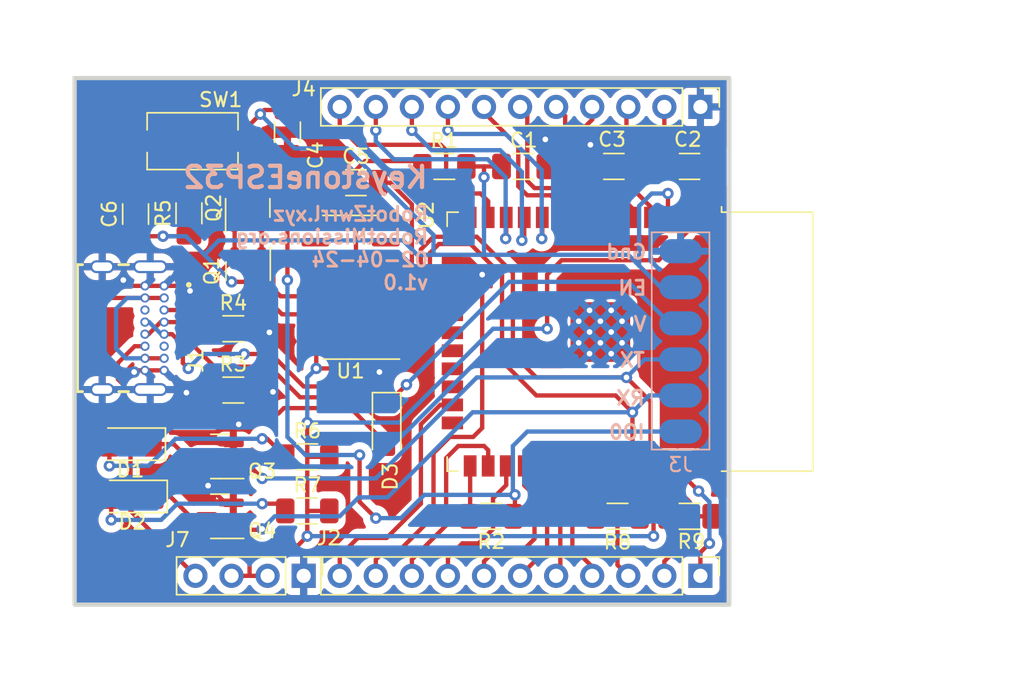
<source format=kicad_pcb>
(kicad_pcb (version 20221018) (generator pcbnew)
  (layers (0 "F.Cu" signal) (31 "B.Cu" signal) (34 "B.Paste" user) (35 "F.Paste" user) (36 "B.SilkS" user "B.Silkscreen") (37 "F.SilkS" user "F.Silkscreen") (38 "B.Mask" user) (39 "F.Mask" user) (44 "Edge.Cuts" user))
  (net 0 "")
  (net 1 "/EN")
  (net 2 "GND")
  (net 3 "VCC")
  (net 4 "Net-(U1-V3)")
  (net 5 "Net-(D1-K)")
  (net 6 "Net-(D1-A)")
  (net 7 "Net-(D2-K)")
  (net 8 "Net-(D2-A)")
  (net 9 "VBUS")
  (net 10 "Net-(J1-CC1)")
  (net 11 "Net-(J1-DP1)")
  (net 12 "Net-(J1-DN1)")
  (net 14 "Net-(J1-CC2)")
  (net 16 "/IO0")
  (net 17 "/RX")
  (net 18 "/TX")
  (net 19 "/DTR")
  (net 20 "/RTS")
  (net 21 "Net-(U2-IO0)")
  (net 29 "/IO36")
  (net 30 "/IO39")
  (net 31 "/IO34")
  (net 32 "/IO35")
  (net 33 "/IO32")
  (net 34 "/IO33")
  (net 35 "/IO25")
  (net 36 "/IO26")
  (net 37 "/IO27")
  (net 38 "/IO14")
  (net 40 "/IO13")
  (net 47 "/IO15")
  (net 49 "/IO4")
  (net 50 "/IO16")
  (net 51 "/IO17")
  (net 52 "/IO5")
  (net 53 "/IO18")
  (net 54 "/IO19")
  (net 56 "/IO21")
  (net 57 "/IO22")
  (net 58 "/IO23")
  (net 59 "Net-(D3-K)")
  (footprint "Resistor_SMD:R_1206_3216Metric_Pad1.30x1.75mm_HandSolder" (layer "F.Cu") (at 205.74 107.95)
    (fp_text reference "R2")
    (fp_text value "10k")
  )
  (footprint "Resistor_SMD:R_1206_3216Metric_Pad1.30x1.75mm_HandSolder" (layer "F.Cu") (at 192.786 103.759)
    (fp_text reference "R6")
    (fp_text value "1k")
  )
  (footprint "Package_SO:SOIC-16_3.9x9.9mm_P1.27mm" (layer "F.Cu") (at 195.834 91.821 180)
    (fp_text reference "U1")
    (fp_text value "CH340C")
  )
  (footprint "Button_Switch_SMD:SW_Tactile_SPST_NO_Straight_CK_PTS636Sx25SMTRLFS" (layer "F.Cu") (at 184.7088 81.534)
    (fp_text reference "SW1")
    (fp_text value "SW_Push")
  )
  (footprint "!EK_Library:USBC_TH_2" (layer "F.Cu") (at 178.346 94.698 -90)
    (fp_text reference "J1")
    (fp_text value "USBC_TH_2")
  )
  (footprint "Capacitor_SMD:C_1206_3216Metric_Pad1.33x1.80mm_HandSolder" (layer "F.Cu") (at 196.215 84.455)
    (fp_text reference "C5")
    (fp_text value "0.1 uF")
  )
  (footprint "Connector_PinHeader_2.54mm:PinHeader_1x11_P2.54mm_Vertical" (layer "F.Cu") (at 220.472 112.141 -90)
    (fp_text reference "J2")
    (fp_text value "Conn_01x11_Socket")
  )
  (footprint "Resistor_SMD:R_1206_3216Metric_Pad1.30x1.75mm_HandSolder" (layer "F.Cu") (at 192.786 107.569)
    (fp_text reference "R7")
    (fp_text value "1k")
  )
  (footprint "Resistor_SMD:R_1206_3216Metric_Pad1.30x1.75mm_HandSolder" (layer "F.Cu") (at 184.4548 86.614 90)
    (fp_text reference "R5")
    (fp_text value "10k")
  )
  (footprint "Package_TO_SOT_SMD:SOT-23" (layer "F.Cu") (at 188.595 86.233 90)
    (fp_text reference "Q2")
    (fp_text value "AO3400A")
  )
  (footprint "Capacitor_SMD:C_1206_3216Metric_Pad1.33x1.80mm_HandSolder" (layer "F.Cu") (at 191.389 80.899 90)
    (fp_text reference "C4")
    (fp_text value "4.7 uF")
  )
  (footprint "Resistor_SMD:R_1206_3216Metric_Pad1.30x1.75mm_HandSolder" (layer "F.Cu") (at 202.438 83.312)
    (fp_text reference "R1")
    (fp_text value "10k")
  )
  (footprint "Connector_PinHeader_2.54mm:PinHeader_1x04_P2.54mm_Vertical" (layer "F.Cu") (at 192.532 112.141 -90)
    (fp_text reference "J7")
    (fp_text value "Conn_01x04_Socket")
  )
  (footprint "Capacitor_SMD:C_1206_3216Metric_Pad1.33x1.80mm_HandSolder" (layer "F.Cu") (at 214.376 83.312 180)
    (fp_text reference "C3")
    (fp_text value "0.1 uF")
  )
  (footprint "Resistor_SMD:R_1206_3216Metric_Pad1.30x1.75mm_HandSolder" (layer "F.Cu") (at 187.579 99.06)
    (fp_text reference "R3")
    (fp_text value "5.1k")
  )
  (footprint "Resistor_SMD:R_1206_3216Metric_Pad1.30x1.75mm_HandSolder" (layer "F.Cu") (at 214.63 107.95 180)
    (fp_text reference "R8")
    (fp_text value "4.7k")
  )
  (footprint "Package_TO_SOT_SMD:SOT-23" (layer "F.Cu") (at 188.6204 90.678 -90)
    (fp_text reference "Q1")
    (fp_text value "AO3400A")
  )
  (footprint "Capacitor_SMD:C_1206_3216Metric_Pad1.33x1.80mm_HandSolder" (layer "F.Cu") (at 180.6956 86.6648 90)
    (fp_text reference "C6")
    (fp_text value "1 uF")
  )
  (footprint "Resistor_SMD:R_1206_3216Metric_Pad1.30x1.75mm_HandSolder" (layer "F.Cu") (at 187.579 94.742)
    (fp_text reference "R4")
    (fp_text value "5.1k")
  )
  (footprint "Resistor_SMD:R_1206_3216Metric_Pad1.30x1.75mm_HandSolder" (layer "F.Cu") (at 219.71 107.95)
    (fp_text reference "R9")
    (fp_text value "4.7k")
  )
  (footprint "Diode_SMD:D_SOD-123" (layer "F.Cu") (at 198.374 101.6 -90)
    (fp_text reference "D3")
    (fp_text value "PMEG40T30ERX 40V 3A")
  )
  (footprint "Connector_PinHeader_2.54mm:PinHeader_1x11_P2.54mm_Vertical" (layer "F.Cu") (at 220.472 79.121 -90)
    (fp_text reference "J4")
    (fp_text value "Conn_01x11_Socket")
  )
  (footprint "Package_TO_SOT_SMD:SOT-23" (layer "F.Cu") (at 186.6392 107.95 180)
    (fp_text reference "Q4")
    (fp_text value "BSS138")
  )
  (footprint "RF_Module:ESP32-WROOM-32" (layer "F.Cu") (at 212.516 95.653 -90)
    (fp_text reference "U2")
    (fp_text value "ESP32-WROOM-32")
  )
  (footprint "Package_TO_SOT_SMD:SOT-23" (layer "F.Cu") (at 186.6392 103.7336 180)
    (fp_text reference "Q3")
    (fp_text value "BSS138")
  )
  (footprint "Capacitor_SMD:C_1206_3216Metric_Pad1.33x1.80mm_HandSolder" (layer "F.Cu") (at 219.71 83.312)
    (fp_text reference "C2")
    (fp_text value "22 uF")
  )
  (footprint "Capacitor_SMD:C_1206_3216Metric_Pad1.33x1.80mm_HandSolder" (layer "F.Cu") (at 208.026 83.312)
    (fp_text reference "C1")
    (fp_text value "0.1 uF")
  )
  (footprint "LED_SMD:LED_1206_3216Metric_Pad1.42x1.75mm_HandSolder" (layer "F.Cu") (at 180.467 106.553 180)
    (fp_text reference "D2")
    (fp_text value "LED")
  )
  (footprint "LED_SMD:LED_1206_3216Metric_Pad1.42x1.75mm_HandSolder" (layer "F.Cu") (at 180.34 102.87 180)
    (fp_text reference "D1")
    (fp_text value "LED")
  )
  (footprint "Connector_PinHeader_2.54mm:PinHeader_1x06_P2.54mm_Vertical" (layer "B.Cu") (at 219.075 101.981)
    (fp_text reference "J3")
    (fp_text value "Conn_01x06_Socket")
  )
  (gr_rect (start 176.403 77.089) (end 222.504 114.173) (stroke (width 0.3)) (fill none) (layer "Edge.Cuts"))
  (gr_text "V" (at 216.789 94.996) (layer "B.SilkS") (effects (font (size 1 1) (thickness 0.2) bold) (justify left bottom mirror)))
  (gr_text "RX" (at 216.662 100.203) (layer "B.SilkS") (effects (font (size 1 1) (thickness 0.2) bold) (justify left bottom mirror)))
  (gr_text "IO0" (at 216.662 102.616) (layer "B.SilkS") (effects (font (size 1 1) (thickness 0.2) bold) (justify left bottom mirror)))
  (gr_text "RobotZwrrl.xyz\nRobotMissions.org\n02-04-24\nv1.0" (at 201.422 92.075) (layer "B.SilkS") (effects (font (size 1 1) (thickness 0.2) bold) (justify left bottom mirror)))
  (gr_text "EN" (at 216.789 92.456) (layer "B.SilkS") (effects (font (size 1 1) (thickness 0.2) bold) (justify left bottom mirror)))
  (gr_text "KeystoneESP32" (at 201.422 84.963) (layer "B.SilkS") (effects (font (size 1.5 1.5) (thickness 0.3) bold) (justify left bottom mirror)))
  (gr_text "TX" (at 216.662 97.536) (layer "B.SilkS") (effects (font (size 1 1) (thickness 0.2) bold) (justify left bottom mirror)))
  (gr_text "Gnd" (at 216.789 89.916) (layer "B.SilkS") (effects (font (size 1 1) (thickness 0.2) bold) (justify left bottom mirror)))
  (segment (start 188.5838 80.5292) (end 189.7765 79.3365) (width 0.3048) (layer "F.Cu") (net 1))
  (segment (start 180.6956 88.2273) (end 184.3915 88.2273) (width 0.3048) (layer "F.Cu") (net 1))
  (segment (start 189.7765 79.3365) (end 191.389 79.3365) (width 0.3048) (layer "F.Cu") (net 1))
  (segment (start 205.232 83.312) (end 203.988 83.312) (width 0.3048) (layer "F.Cu") (net 1))
  (segment (start 187.452 91.44) (end 188.4449 91.44) (width 0.3048) (layer "F.Cu") (net 1))
  (segment (start 188.5838 81.534) (end 188.5838 80.5292) (width 0.3048) (layer "F.Cu") (net 1))
  (segment (start 184.3915 88.2273) (end 184.4548 88.164) (width 0.3048) (layer "F.Cu") (net 1))
  (segment (start 205.232 83.312) (end 206.4635 83.312) (width 0.3048) (layer "F.Cu") (net 1))
  (segment (start 218.186 85.217) (end 218.186 86.863) (width 0.3048) (layer "F.Cu") (net 1))
  (segment (start 205.232 84.074) (end 205.232 83.312) (width 0.3048) (layer "F.Cu") (net 1))
  (segment (start 188.4449 91.44) (end 188.6204 91.6155) (width 0.3048) (layer "F.Cu") (net 1))
  (segment (start 218.186 86.863) (end 218.226 86.903) (width 0.3048) (layer "F.Cu") (net 1))
  (via (at 218.186 85.217) (size 0.8) (drill 0.4) (layers "F.Cu" "B.Cu") (net 1))
  (via (at 189.484 79.629) (size 0.8) (drill 0.4) (layers "F.Cu" "B.Cu") (net 1))
  (via (at 187.452 91.44) (size 0.8) (drill 0.4) (layers "F.Cu" "B.Cu") (net 1))
  (via (at 182.626 88.2273) (size 0.8) (drill 0.4) (layers "F.Cu" "B.Cu") (net 1))
  (via (at 205.232 84.074) (size 0.8) (drill 0.4) (layers "F.Cu" "B.Cu") (net 1))
  (segment (start 199.517 88.519) (end 200.533 89.535) (width 0.3048) (layer "B.Cu") (net 1))
  (segment (start 185.547 89.535) (end 184.2393 88.2273) (width 0.3048) (layer "B.Cu") (net 1))
  (segment (start 216.154 90.297) (end 216.154 86.106) (width 0.3048) (layer "B.Cu") (net 1))
  (segment (start 215.392 89.535) (end 205.232 89.535) (width 0.3048) (layer "B.Cu") (net 1))
  (segment (start 216.154 90.297) (end 215.392 89.535) (width 0.3048) (layer "B.Cu") (net 1))
  (segment (start 191.897 82.042) (end 189.484 79.629) (width 0.3048) (layer "B.Cu") (net 1))
  (segment (start 219.075 91.821) (end 217.678 91.821) (width 0.3048) (layer "B.Cu") (net 1))
  (segment (start 216.916 85.344) (end 217.043 85.217) (width 0.3048) (layer "B.Cu") (net 1))
  (segment (start 217.678 91.821) (end 216.154 90.297) (width 0.3048) (layer "B.Cu") (net 1))
  (segment (start 205.232 84.074) (end 205.232 89.535) (width 0.3048) (layer "B.Cu") (net 1))
  (segment (start 200.533 89.535) (end 205.232 89.535) (width 0.3048) (layer "B.Cu") (net 1))
  (segment (start 217.043 85.217) (end 218.186 85.217) (width 0.3048) (layer "B.Cu") (net 1))
  (segment (start 184.2393 88.2273) (end 182.626 88.2273) (width 0.3048) (layer "B.Cu") (net 1))
  (segment (start 186.563 88.519) (end 199.517 88.519) (width 0.3048) (layer "B.Cu") (net 1))
  (segment (start 216.154 86.106) (end 216.916 85.344) (width 0.3048) (layer "B.Cu") (net 1))
  (segment (start 187.452 91.44) (end 185.547 89.535) (width 0.3048) (layer "B.Cu") (net 1))
  (segment (start 201.676 88.138) (end 195.58 82.042) (width 0.3048) (layer "B.Cu") (net 1))
  (segment (start 201.676 89.535) (end 201.676 88.138) (width 0.3048) (layer "B.Cu") (net 1))
  (segment (start 195.58 82.042) (end 191.897 82.042) (width 0.3048) (layer "B.Cu") (net 1))
  (segment (start 186.563 88.519) (end 185.547 89.535) (width 0.3048) (layer "B.Cu") (net 1))
  (segment (start 180.711 97.673) (end 180.594 97.79) (width 0.3048) (layer "F.Cu") (net 2))
  (segment (start 212.8135 82.2075) (end 212.8135 83.312) (width 0.3048) (layer "F.Cu") (net 2))
  (segment (start 184.179 91.723) (end 184.531 92.075) (width 0.3048) (layer "F.Cu") (net 2))
  (segment (start 182.706 97.673) (end 184.277 99.244) (width 0.3048) (layer "F.Cu") (net 2))
  (segment (start 190.246 99.06) (end 190.373 99.187) (width 0.3048) (layer "F.Cu") (net 2))
  (segment (start 181.356 97.673) (end 180.711 97.673) (width 0.3048) (layer "F.Cu") (net 2))
  (segment (start 209.5885 83.312) (end 209.5885 81.4455) (width 0.3048) (layer "F.Cu") (net 2))
  (segment (start 182.706 91.723) (end 184.179 91.723) (width 0.3048) (layer "F.Cu") (net 2))
  (segment (start 204.116 89.943) (end 203.006 89.943) (width 0.3048) (layer "F.Cu") (net 2))
  (segment (start 187.5767 107) (end 187.01 107) (width 0.3048) (layer "F.Cu") (net 2))
  (segment (start 209.5885 81.4455) (end 209.55 81.407) (width 0.3048) (layer "F.Cu") (net 2))
  (segment (start 181.356 97.673) (end 182.706 97.673) (width 0.3048) (layer "F.Cu") (net 2))
  (segment (start 198.309 97.347) (end 197.866 97.79) (width 0.3048) (layer "F.Cu") (net 2))
  (segment (start 205.105 90.932) (end 204.116 89.943) (width 0.3048) (layer "F.Cu") (net 2))
  (segment (start 212.725 82.119) (end 212.8135 82.2075) (width 0.3048) (layer "F.Cu") (net 2))
  (segment (start 181.356 91.723) (end 180.242 91.723) (width 0.3048) (layer "F.Cu") (net 2))
  (segment (start 187.5767 102.7836) (end 187.5767 101.8563) (width 0.3048) (layer "F.Cu") (net 2))
  (segment (start 189.129 99.06) (end 190.246 99.06) (width 0.3048) (layer "F.Cu") (net 2))
  (segment (start 187.5767 101.8563) (end 187.96 101.473) (width 0.3048) (layer "F.Cu") (net 2))
  (segment (start 180.242 91.723) (end 179.832 91.313) (width 0.3048) (layer "F.Cu") (net 2))
  (segment (start 189.865 94.742) (end 190.119 94.996) (width 0.3048) (layer "F.Cu") (net 2))
  (segment (start 184.277 99.314) (end 184.277 99.244) (width 0.3048) (layer "F.Cu") (net 2))
  (segment (start 198.309 96.266) (end 198.309 97.347) (width 0.3048) (layer "F.Cu") (net 2))
  (segment (start 189.129 94.742) (end 189.865 94.742) (width 0.3048) (layer "F.Cu") (net 2))
  (segment (start 187.01 107) (end 185.801 105.791) (width 0.3048) (layer "F.Cu") (net 2))
  (segment (start 181.356 91.723) (end 182.706 91.723) (width 0.3048) (layer "F.Cu") (net 2))
  (segment (start 212.725 81.788) (end 212.725 82.119) (width 0.3048) (layer "F.Cu") (net 2))
  (via (at 187.96 101.473) (size 0.8) (drill 0.4) (layers "F.Cu" "B.Cu") (net 2))
  (via (at 190.119 94.996) (size 0.8) (drill 0.4) (layers "F.Cu" "B.Cu") (net 2))
  (via (at 184.277 99.244) (size 0.8) (drill 0.4) (layers "F.Cu" "B.Cu") (net 2))
  (via (at 184.531 92.075) (size 0.8) (drill 0.4) (layers "F.Cu" "B.Cu") (net 2))
  (via (at 212.725 81.788) (size 0.8) (drill 0.4) (layers "F.Cu" "B.Cu") (net 2))
  (via (at 180.594 97.79) (size 0.8) (drill 0.4) (layers "F.Cu" "B.Cu") (net 2))
  (via (at 209.55 81.407) (size 0.8) (drill 0.4) (layers "F.Cu" "B.Cu") (net 2))
  (via (at 197.866 97.79) (size 0.8) (drill 0.4) (layers "F.Cu" "B.Cu") (net 2))
  (via (at 205.105 90.932) (size 0.8) (drill 0.4) (layers "F.Cu" "B.Cu") (net 2))
  (via (at 185.801 105.791) (size 0.8) (drill 0.4) (layers "F.Cu" "B.Cu") (net 2))
  (via (at 179.832 91.313) (size 0.8) (drill 0.4) (layers "F.Cu" "B.Cu") (net 2))
  (via (at 190.373 99.187) (size 0.8) (drill 0.4) (layers "F.Cu" "B.Cu") (net 2))
  (segment (start 194.46875 97.536) (end 193.421 97.536) (width 0.3048) (layer "F.Cu") (net 3))
  (segment (start 188.722 112.141) (end 188.722 110.998) (width 0.3048) (layer "F.Cu") (net 3))
  (segment (start 193.421 96.328) (end 193.359 96.266) (width 0.3048) (layer "F.Cu") (net 3))
  (segment (start 216.18 107.95) (end 217.17 107.95) (width 0.3048) (layer "F.Cu") (net 3))
  (segment (start 210.693 89.916) (end 217.5378 89.916) (width 0.3048) (layer "F.Cu") (net 3))
  (segment (start 195.199 90.551) (end 195.199 96.80575) (width 0.3048) (layer "F.Cu") (net 3))
  (segment (start 195.199 96.80575) (end 194.46875 97.536) (width 0.3048) (layer "F.Cu") (net 3))
  (segment (start 187.452 112.141) (end 188.849 112.141) (width 0.3048) (layer "F.Cu") (net 3))
  (segment (start 185.1149 83.566) (end 189.865 83.566) (width 0.3048) (layer "F.Cu") (net 3))
  (segment (start 192.405 86.106) (end 196.215 86.106) (width 0.3048) (layer "F.Cu") (net 3))
  (segment (start 196.215 86.106) (end 196.215 89.535) (width 0.3048) (layer "F.Cu") (net 3))
  (segment (start 217.5378 89.916) (end 219.496 87.9578) (width 0.3048) (layer "F.Cu") (net 3))
  (segment (start 192.024 110.109) (end 192.786 109.347) (width 0.3048) (layer "F.Cu") (net 3))
  (segment (start 192.786 109.347) (end 192.786 107.569) (width 0.3048) (layer "F.Cu") (net 3))
  (segment (start 219.496 87.9578) (end 219.496 86.903) (width 0.3048) (layer "F.Cu") (net 3))
  (segment (start 215.9385 83.312) (end 218.1475 83.312) (width 0.3048) (layer "F.Cu") (net 3))
  (segment (start 200.507 82.931) (end 196.85 82.931) (width 0.3048) (layer "F.Cu") (net 3))
  (segment (start 192.786 103.759) (end 192.786 101.346) (width 0.3048) (layer "F.Cu") (net 3))
  (segment (start 196.85 82.931) (end 196.215 83.566) (width 0.3048) (layer "F.Cu") (net 3))
  (segment (start 209.677 94.742) (end 209.677 90.932) (width 0.3048) (layer "F.Cu") (net 3))
  (segment (start 219.496 84.6605) (end 218.1475 83.312) (width 0.3048) (layer "F.Cu") (net 3))
  (segment (start 184.4548 84.2261) (end 185.1149 83.566) (width 0.3048) (layer "F.Cu") (net 3))
  (segment (start 219.496 86.903) (end 219.496 84.6605) (width 0.3048) (layer "F.Cu") (net 3))
  (segment (start 200.888 83.312) (end 200.507 82.931) (width 0.3048) (layer "F.Cu") (net 3))
  (segment (start 217.17 109.347) (end 217.17 107.95) (width 0.3048) (layer "F.Cu") (net 3))
  (segment (start 184.4548 85.064) (end 184.4548 84.2261) (width 0.3048) (layer "F.Cu") (net 3))
  (segment (start 194.336 103.759) (end 192.786 103.759) (width 0.3048) (layer "F.Cu") (net 3))
  (segment (start 217.17 107.95) (end 218.16 107.95) (width 0.3048) (layer "F.Cu") (net 3))
  (segment (start 189.611 110.109) (end 192.024 110.109) (width 0.3048) (layer "F.Cu") (net 3))
  (segment (start 188.849 112.141) (end 189.992 112.141) (width 0.3048) (layer "F.Cu") (net 3))
  (segment (start 196.215 89.535) (end 195.199 90.551) (width 0.3048) (layer "F.Cu") (net 3))
  (segment (start 194.336 107.569) (end 192.786 107.569) (width 0.3048) (layer "F.Cu") (net 3))
  (segment (start 209.677 90.932) (end 210.693 89.916) (width 0.3048) (layer "F.Cu") (net 3))
  (segment (start 192.786 107.569) (end 192.786 103.759) (width 0.3048) (layer "F.Cu") (net 3))
  (segment (start 196.215 83.566) (end 196.215 86.106) (width 0.3048) (layer "F.Cu") (net 3))
  (segment (start 189.865 83.566) (end 192.405 86.106) (width 0.3048) (layer "F.Cu") (net 3))
  (segment (start 188.722 110.998) (end 189.611 110.109) (width 0.3048) (layer "F.Cu") (net 3))
  (segment (start 193.421 97.536) (end 193.421 96.328) (width 0.3048) (layer "F.Cu") (net 3))
  (via (at 217.17 109.347) (size 0.8) (drill 0.4) (layers "F.Cu" "B.Cu") (net 3))
  (via (at 193.421 97.536) (size 0.8) (drill 0.4) (layers "F.Cu" "B.Cu") (net 3))
  (via (at 192.786 101.346) (size 0.8) (drill 0.4) (layers "F.Cu" "B.Cu") (net 3))
  (via (at 192.786 109.347) (size 0.8) (drill 0.4) (layers "F.Cu" "B.Cu") (net 3))
  (via (at 209.677 94.742) (size 0.8) (drill 0.4) (layers "F.Cu" "B.Cu") (net 3))
  (segment (start 192.786 101.346) (end 192.786 98.171) (width 0.3048) (layer "B.Cu") (net 3))
  (segment (start 205.867 94.742) (end 209.677 94.742) (width 0.3048) (layer "B.Cu") (net 3))
  (segment (start 192.786 109.347) (end 217.17 109.347) (width 0.3048) (layer "B.Cu") (net 3))
  (segment (start 192.786 101.346) (end 199.263 101.346) (width 0.3048) (layer "B.Cu") (net 3))
  (segment (start 199.263 101.346) (end 205.867 94.742) (width 0.3048) (layer "B.Cu") (net 3))
  (segment (start 192.786 98.171) (end 193.421 97.536) (width 0.3048) (layer "B.Cu") (net 3))
  (segment (start 199.771 92.456) (end 198.309 92.456) (width 0.3048) (layer "F.Cu") (net 4))
  (segment (start 200.152 92.075) (end 199.771 92.456) (width 0.3048) (layer "F.Cu") (net 4))
  (segment (start 197.7775 84.455) (end 198.628 84.455) (width 0.3048) (layer "F.Cu") (net 4))
  (segment (start 198.628 84.455) (end 200.152 85.979) (width 0.3048) (layer "F.Cu") (net 4))
  (segment (start 200.152 85.979) (end 200.152 92.075) (width 0.3048) (layer "F.Cu") (net 4))
  (segment (start 183.388 102.87) (end 181.8275 102.87) (width 0.3048) (layer "F.Cu") (net 5))
  (segment (start 185.7017 103.7336) (end 184.2516 103.7336) (width 0.3048) (layer "F.Cu") (net 5))
  (segment (start 184.2516 103.7336) (end 183.388 102.87) (width 0.3048) (layer "F.Cu") (net 5))
  (segment (start 178.8525 104.394) (end 178.8525 102.87) (width 0.3048) (layer "F.Cu") (net 6))
  (segment (start 189.611 102.489) (end 189.966 102.489) (width 0.3048) (layer "F.Cu") (net 6))
  (segment (start 189.966 102.489) (end 191.236 103.759) (width 0.3048) (layer "F.Cu") (net 6))
  (via (at 178.8525 104.394) (size 0.8) (drill 0.4) (layers "F.Cu" "B.Cu") (net 6))
  (via (at 189.611 102.489) (size 0.8) (drill 0.4) (layers "F.Cu" "B.Cu") (net 6))
  (segment (start 183.515 102.489) (end 189.611 102.489) (width 0.3048) (layer "B.Cu") (net 6))
  (segment (start 178.8525 104.394) (end 181.61 104.394) (width 0.3048) (layer "B.Cu") (net 6))
  (segment (start 181.61 104.394) (end 183.515 102.489) (width 0.3048) (layer "B.Cu") (net 6))
  (segment (start 183.134 106.553) (end 181.9545 106.553) (width 0.3048) (layer "F.Cu") (net 7))
  (segment (start 184.531 107.95) (end 183.134 106.553) (width 0.3048) (layer "F.Cu") (net 7))
  (segment (start 185.7017 107.95) (end 184.531 107.95) (width 0.3048) (layer "F.Cu") (net 7))
  (segment (start 189.611 107.061) (end 190.728 107.061) (width 0.3048) (layer "F.Cu") (net 8))
  (segment (start 178.9795 108.204) (end 178.9795 106.553) (width 0.3048) (layer "F.Cu") (net 8))
  (segment (start 190.728 107.061) (end 191.236 107.569) (width 0.3048) (layer "F.Cu") (net 8))
  (via (at 189.611 107.061) (size 0.8) (drill 0.4) (layers "F.Cu" "B.Cu") (net 8))
  (via (at 178.9795 108.204) (size 0.8) (drill 0.4) (layers "F.Cu" "B.Cu") (net 8))
  (segment (start 183.642 107.061) (end 189.611 107.061) (width 0.3048) (layer "B.Cu") (net 8))
  (segment (start 182.499 108.204) (end 183.642 107.061) (width 0.3048) (layer "B.Cu") (net 8))
  (segment (start 178.9795 108.204) (end 182.499 108.204) (width 0.3048) (layer "B.Cu") (net 8))
  (segment (start 180.34 107.569) (end 184.912 112.141) (width 0.3048) (layer "F.Cu") (net 9))
  (segment (start 182.706 96.823) (end 181.356 96.823) (width 0.3048) (layer "F.Cu") (net 9))
  (segment (start 179.7685 100.584) (end 180.34 101.1555) (width 0.3048) (layer "F.Cu") (net 9))
  (segment (start 181.356 92.573) (end 182.706 92.573) (width 0.3048) (layer "F.Cu") (net 9))
  (segment (start 178.318 92.573) (end 176.784 94.107) (width 0.3048) (layer "F.Cu") (net 9))
  (segment (start 180.467 101.219) (end 186.182 101.219) (width 0.3048) (layer "F.Cu") (net 9))
  (segment (start 180.34 101.346) (end 180.34 107.569) (width 0.3048) (layer "F.Cu") (net 9))
  (segment (start 180.34 101.346) (end 180.467 101.219) (width 0.3048) (layer "F.Cu") (net 9))
  (segment (start 186.69 100.711) (end 190.754 100.711) (width 0.3048) (layer "F.Cu") (net 9))
  (segment (start 195.834 100.33) (end 198.374 102.87) (width 0.3048) (layer "F.Cu") (net 9))
  (segment (start 186.182 101.219) (end 186.69 100.711) (width 0.3048) (layer "F.Cu") (net 9))
  (segment (start 198.374 102.87) (end 198.374 103.25) (width 0.3048) (layer "F.Cu") (net 9))
  (segment (start 190.754 100.711) (end 191.135 100.33) (width 0.3048) (layer "F.Cu") (net 9))
  (segment (start 177.546 100.584) (end 179.7685 100.584) (width 0.3048) (layer "F.Cu") (net 9))
  (segment (start 176.784 94.107) (end 176.784 99.822) (width 0.3048) (layer "F.Cu") (net 9))
  (segment (start 180.34 101.1555) (end 180.34 101.346) (width 0.3048) (layer "F.Cu") (net 9))
  (segment (start 191.135 100.33) (end 195.834 100.33) (width 0.3048) (layer "F.Cu") (net 9))
  (segment (start 176.784 99.822) (end 177.546 100.584) (width 0.3048) (layer "F.Cu") (net 9))
  (segment (start 181.356 92.573) (end 178.318 92.573) (width 0.3048) (layer "F.Cu") (net 9))
  (segment (start 180.008 96.823) (end 179.324 96.139) (width 0.3048) (layer "B.Cu") (net 9))
  (segment (start 179.324 93.345) (end 180.096 92.573) (width 0.3048) (layer "B.Cu") (net 9))
  (segment (start 179.324 96.139) (end 179.324 93.345) (width 0.3048) (layer "B.Cu") (net 9))
  (segment (start 180.096 92.573) (end 181.356 92.573) (width 0.3048) (layer "B.Cu") (net 9))
  (segment (start 181.356 96.823) (end 180.008 96.823) (width 0.3048) (layer "B.Cu") (net 9))
  (segment (start 186.029 94.742) (end 185.928 94.742) (width 0.3048) (layer "F.Cu") (net 10))
  (segment (start 185.928 94.742) (end 184.609 93.423) (width 0.3048) (layer "F.Cu") (net 10))
  (segment (start 184.609 93.423) (end 182.706 93.423) (width 0.3048) (layer "F.Cu") (net 10))
  (segment (start 196.977 91.186) (end 196.596 91.567) (width 0.3048) (layer "F.Cu") (net 11))
  (segment (start 181.61 95.123) (end 181.356 95.123) (width 0.3048) (layer "F.Cu") (net 11))
  (segment (start 192.278 99.568) (end 190.119 97.409) (width 0.3048) (layer "F.Cu") (net 11))
  (segment (start 184.77148 95.93498) (end 184.77148 95.10948) (width 0.3048) (layer "F.Cu") (net 11))
  (segment (start 196.596 91.567) (end 196.596 97.79) (width 0.3048) (layer "F.Cu") (net 11))
  (segment (start 198.309 91.186) (end 196.977 91.186) (width 0.3048) (layer "F.Cu") (net 11))
  (segment (start 184.77148 95.10948) (end 183.935 94.273) (width 0.3048) (layer "F.Cu") (net 11))
  (segment (start 196.596 97.79) (end 194.818 99.568) (width 0.3048) (layer "F.Cu") (net 11))
  (segment (start 194.818 99.568) (end 192.278 99.568) (width 0.3048) (layer "F.Cu") (net 11))
  (segment (start 190.119 97.409) (end 186.2455 97.409) (width 0.3048) (layer "F.Cu") (net 11))
  (segment (start 186.2455 97.409) (end 184.77148 95.93498) (width 0.3048) (layer "F.Cu") (net 11))
  (segment (start 182.46 94.273) (end 181.61 95.123) (width 0.3048) (layer "F.Cu") (net 11))
  (segment (start 182.706 94.273) (end 182.46 94.273) (width 0.3048) (layer "F.Cu") (net 11))
  (segment (start 183.935 94.273) (end 182.706 94.273) (width 0.3048) (layer "F.Cu") (net 11))
  (segment (start 184.023 97.155) (end 184.023 95.885) (width 0.3048) (layer "F.Cu") (net 12))
  (segment (start 195.961 97.409) (end 195.961 90.932) (width 0.3048) (layer "F.Cu") (net 12))
  (segment (start 195.961 90.932) (end 196.977 89.916) (width 0.3048) (layer "F.Cu") (net 12))
  (segment (start 183.261 95.123) (end 182.706 95.123) (width 0.3048) (layer "F.Cu") (net 12))
  (segment (start 184.023 95.885) (end 183.261 95.123) (width 0.3048) (layer "F.Cu") (net 12))
  (segment (start 190.246 96.52) (end 192.532 98.806) (width 0.3048) (layer "F.Cu") (net 12))
  (segment (start 188.341 96.52) (end 190.246 96.52) (width 0.3048) (layer "F.Cu") (net 12))
  (segment (start 196.977 89.916) (end 198.309 89.916) (width 0.3048) (layer "F.Cu") (net 12))
  (segment (start 184.404 97.536) (end 184.023 97.155) (width 0.3048) (layer "F.Cu") (net 12))
  (segment (start 192.532 98.806) (end 194.564 98.806) (width 0.3048) (layer "F.Cu") (net 12))
  (segment (start 194.564 98.806) (end 195.961 97.409) (width 0.3048) (layer "F.Cu") (net 12))
  (via (at 184.404 97.536) (size 0.8) (drill 0.4) (layers "F.Cu" "B.Cu") (net 12))
  (via (at 188.341 96.52) (size 0.8) (drill 0.4) (layers "F.Cu" "B.Cu") (net 12))
  (segment (start 188.341 96.52) (end 185.42 96.52) (width 0.3048) (layer "B.Cu") (net 12))
  (segment (start 182.499 95.123) (end 182.706 95.123) (width 0.3048) (layer "B.Cu") (net 12))
  (segment (start 185.42 96.52) (end 184.404 97.536) (width 0.3048) (layer "B.Cu") (net 12))
  (segment (start 181.356 94.273) (end 181.649 94.273) (width 0.3048) (layer "B.Cu") (net 12))
  (segment (start 181.649 94.273) (end 182.499 95.123) (width 0.3048) (layer "B.Cu") (net 12))
  (segment (start 179.832 98.679) (end 179.451 98.298) (width 0.3048) (layer "F.Cu") (net 14))
  (segment (start 179.451 98.298) (end 179.451 97.155) (width 0.3048) (layer "F.Cu") (net 14))
  (segment (start 186.029 99.06) (end 184.759 100.33) (width 0.3048) (layer "F.Cu") (net 14))
  (segment (start 180.721 100.33) (end 179.832 99.441) (width 0.3048) (layer "F.Cu") (net 14))
  (segment (start 179.832 99.441) (end 179.832 98.679) (width 0.3048) (layer "F.Cu") (net 14))
  (segment (start 184.759 100.33) (end 180.721 100.33) (width 0.3048) (layer "F.Cu") (net 14))
  (segment (start 179.451 97.155) (end 180.633 95.973) (width 0.3048) (layer "F.Cu") (net 14))
  (segment (start 180.633 95.973) (end 181.356 95.973) (width 0.3048) (layer "F.Cu") (net 14))
  (segment (start 196.469 106.934) (end 196.469 103.632) (width 0.3048) (layer "F.Cu") (net 16))
  (segment (start 197.612 108.077) (end 196.469 106.934) (width 0.3048) (layer "F.Cu") (net 16))
  (segment (start 189.9435 85.2955) (end 191.389 86.741) (width 0.3048) (layer "F.Cu") (net 16))
  (segment (start 191.389 86.741) (end 191.389 91.313) (width 0.3048) (layer "F.Cu") (net 16))
  (segment (start 188.595 85.2955) (end 189.9435 85.2955) (width 0.3048) (layer "F.Cu") (net 16))
  (segment (start 207.409793 106.439297) (end 207.409793 107.830207) (width 0.3048) (layer "F.Cu") (net 16))
  (segment (start 207.409793 107.830207) (end 207.29 107.95) (width 0.3048) (layer "F.Cu") (net 16))
  (via (at 196.469 103.632) (size 0.8) (drill 0.4) (layers "F.Cu" "B.Cu") (net 16))
  (via (at 207.409793 106.439297) (size 0.8) (drill 0.4) (layers "F.Cu" "B.Cu") (net 16))
  (via (at 191.389 91.313) (size 0.8) (drill 0.4) (layers "F.Cu" "B.Cu") (net 16))
  (via (at 197.612 108.077) (size 0.8) (drill 0.4) (layers "F.Cu" "B.Cu") (net 16))
  (segment (start 196.469 103.632) (end 192.659 103.632) (width 0.3048) (layer "B.Cu") (net 16))
  (segment (start 208.28 101.981) (end 207.264 102.997) (width 0.3048) (layer "B.Cu") (net 16))
  (segment (start 207.404297 106.439297) (end 207.409793 106.439297) (width 0.3048) (layer "B.Cu") (net 16))
  (segment (start 199.39 108.077) (end 201.027703 106.439297) (width 0.3048) (layer "B.Cu") (net 16))
  (segment (start 207.264 102.997) (end 207.264 106.299) (width 0.3048) (layer "B.Cu") (net 16))
  (segment (start 192.659 103.632) (end 191.389 102.362) (width 0.3048) (layer "B.Cu") (net 16))
  (segment (start 207.264 106.299) (end 207.404297 106.439297) (width 0.3048) (layer "B.Cu") (net 16))
  (segment (start 191.389 102.362) (end 191.389 91.313) (width 0.3048) (layer "B.Cu") (net 16))
  (segment (start 201.027703 106.439297) (end 207.409793 106.439297) (width 0.3048) (layer "B.Cu") (net 16))
  (segment (start 197.612 108.077) (end 199.39 108.077) (width 0.3048) (layer "B.Cu") (net 16))
  (segment (start 219.075 101.981) (end 208.28 101.981) (width 0.3048) (layer "B.Cu") (net 16))
  (segment (start 201.422 89.408) (end 202.057 88.773) (width 0.3048) (layer "F.Cu") (net 17))
  (segment (start 206.502 90.9955) (end 206.502 97.028) (width 0.3048) (layer "F.Cu") (net 17))
  (segment (start 206.502 97.028) (end 208.915 99.441) (width 0.3048) (layer "F.Cu") (net 17))
  (segment (start 201.422 94.615) (end 201.422 89.408) (width 0.3048) (layer "F.Cu") (net 17))
  (segment (start 208.915 99.441) (end 214.503 99.441) (width 0.3048) (layer "F.Cu") (net 17))
  (segment (start 189.611 108.839) (end 189.55 108.9) (width 0.3048) (layer "F.Cu") (net 17))
  (segment (start 204.2795 88.773) (end 206.502 90.9955) (width 0.3048) (layer "F.Cu") (net 17))
  (segment (start 198.309 94.996) (end 201.041 94.996) (width 0.3048) (layer "F.Cu") (net 17))
  (segment (start 189.55 108.9) (end 187.5767 108.9) (width 0.3048) (layer "F.Cu") (net 17))
  (segment (start 214.503 99.441) (end 215.686 100.624) (width 0.3048) (layer "F.Cu") (net 17))
  (segment (start 215.686 100.624) (end 215.686 104.403) (width 0.3048) (layer "F.Cu") (net 17))
  (segment (start 202.057 88.773) (end 204.2795 88.773) (width 0.3048) (layer "F.Cu") (net 17))
  (segment (start 201.041 94.996) (end 201.422 94.615) (width 0.3048) (layer "F.Cu") (net 17))
  (via (at 189.611 108.839) (size 0.8) (drill 0.4) (layers "F.Cu" "B.Cu") (net 17))
  (via (at 215.686 100.624) (size 0.8) (drill 0.4) (layers "F.Cu" "B.Cu") (net 17))
  (segment (start 216.869 99.441) (end 219.075 99.441) (width 0.3048) (layer "B.Cu") (net 17))
  (segment (start 196.4055 106.6165) (end 198.4375 106.6165) (width 0.3048) (layer "B.Cu") (net 17))
  (segment (start 198.4375 106.6165) (end 204.43 100.624) (width 0.3048) (layer "B.Cu") (net 17))
  (segment (start 190.5 107.95) (end 195.072 107.95) (width 0.3048) (layer "B.Cu") (net 17))
  (segment (start 204.43 100.624) (end 215.686 100.624) (width 0.3048) (layer "B.Cu") (net 17))
  (segment (start 215.686 100.624) (end 216.869 99.441) (width 0.3048) (layer "B.Cu") (net 17))
  (segment (start 195.072 107.95) (end 196.4055 106.6165) (width 0.3048) (layer "B.Cu") (net 17))
  (segment (start 189.611 108.839) (end 190.5 107.95) (width 0.3048) (layer "B.Cu") (net 17))
  (segment (start 189.611 105.283) (end 189.0116 104.6836) (width 0.3048) (layer "F.Cu") (net 18))
  (segment (start 208.915 98.171) (end 215.265 98.171) (width 0.3048) (layer "F.Cu") (net 18))
  (segment (start 204.724 88.265) (end 207.264 90.805) (width 0.3048) (layer "F.Cu") (net 18))
  (segment (start 215.265 98.171) (end 216.956 99.862) (width 0.3048) (layer "F.Cu") (net 18))
  (segment (start 198.309 93.726) (end 200.406 93.726) (width 0.3048) (layer "F.Cu") (net 18))
  (segment (start 207.264 96.52) (end 208.915 98.171) (width 0.3048) (layer "F.Cu") (net 18))
  (segment (start 201.676 88.265) (end 204.724 88.265) (width 0.3048) (layer "F.Cu") (net 18))
  (segment (start 207.264 90.805) (end 207.264 96.52) (width 0.3048) (layer "F.Cu") (net 18))
  (segment (start 189.0116 104.6836) (end 187.5767 104.6836) (width 0.3048) (layer "F.Cu") (net 18))
  (segment (start 200.787 93.345) (end 200.787 89.154) (width 0.3048) (layer "F.Cu") (net 18))
  (segment (start 200.406 93.726) (end 200.787 93.345) (width 0.3048) (layer "F.Cu") (net 18))
  (segment (start 216.956 99.862) (end 216.956 104.403) (width 0.3048) (layer "F.Cu") (net 18))
  (segment (start 200.787 89.154) (end 201.676 88.265) (width 0.3048) (layer "F.Cu") (net 18))
  (via (at 215.265 98.171) (size 0.8) (drill 0.4) (layers "F.Cu" "B.Cu") (net 18))
  (via (at 189.611 105.283) (size 0.8) (drill 0.4) (layers "F.Cu" "B.Cu") (net 18))
  (segment (start 204.724 98.171) (end 215.265 98.171) (width 0.3048) (layer "B.Cu") (net 18))
  (segment (start 189.611 105.283) (end 197.612 105.283) (width 0.3048) (layer "B.Cu") (net 18))
  (segment (start 197.612 105.283) (end 204.724 98.171) (width 0.3048) (layer "B.Cu") (net 18))
  (segment (start 215.265 98.171) (end 216.535 96.901) (width 0.3048) (layer "B.Cu") (net 18))
  (segment (start 216.535 96.901) (end 219.075 96.901) (width 0.3048) (layer "B.Cu") (net 18))
  (segment (start 190.3984 91.948) (end 190.3984 90.5685) (width 0.3048) (layer "F.Cu") (net 19))
  (segment (start 190.3984 90.5685) (end 189.5704 89.7405) (width 0.3048) (layer "F.Cu") (net 19))
  (segment (start 189.5704 87.1959) (end 189.5704 89.7405) (width 0.3048) (layer "F.Cu") (net 19))
  (segment (start 193.359 92.456) (end 190.9064 92.456) (width 0.3048) (layer "F.Cu") (net 19))
  (segment (start 190.9064 92.456) (end 190.3984 91.948) (width 0.3048) (layer "F.Cu") (net 19))
  (segment (start 189.545 87.1705) (end 189.5704 87.1959) (width 0.3048) (layer "F.Cu") (net 19))
  (segment (start 187.6704 87.8688) (end 187.645 87.8434) (width 0.3048) (layer "F.Cu") (net 20))
  (segment (start 187.198 93.091) (end 186.436 92.329) (width 0.3048) (layer "F.Cu") (net 20))
  (segment (start 193.359 93.726) (end 191.008 93.726) (width 0.3048) (layer "F.Cu") (net 20))
  (segment (start 186.436 92.329) (end 186.436 90.9749) (width 0.3048) (layer "F.Cu") (net 20))
  (segment (start 187.6704 89.7405) (end 187.6704 87.8688) (width 0.3048) (layer "F.Cu") (net 20))
  (segment (start 191.008 93.726) (end 190.373 93.091) (width 0.3048) (layer "F.Cu") (net 20))
  (segment (start 190.373 93.091) (end 187.198 93.091) (width 0.3048) (layer "F.Cu") (net 20))
  (segment (start 187.645 87.8434) (end 187.645 87.1705) (width 0.3048) (layer "F.Cu") (net 20))
  (segment (start 186.436 90.9749) (end 187.6704 89.7405) (width 0.3048) (layer "F.Cu") (net 20))
  (segment (start 204.256 107.884) (end 204.19 107.95) (width 0.3048) (layer "F.Cu") (net 21))
  (segment (start 204.256 104.403) (end 204.256 107.884) (width 0.3048) (layer "F.Cu") (net 21))
  (segment (start 217.932 81.026) (end 217.932 79.121) (width 0.3048) (layer "F.Cu") (net 29))
  (segment (start 217.17 81.788) (end 217.932 81.026) (width 0.3048) (layer "F.Cu") (net 29))
  (segment (start 214.63 82.296) (end 215.138 81.788) (width 0.3048) (layer "F.Cu") (net 29))
  (segment (start 216.956 86.146) (end 215.773 84.963) (width 0.3048) (layer "F.Cu") (net 29))
  (segment (start 215.773 84.963) (end 215.265 84.963) (width 0.3048) (layer "F.Cu") (net 29))
  (segment (start 216.956 86.903) (end 216.956 86.146) (width 0.3048) (layer "F.Cu") (net 29))
  (segment (start 214.63 84.328) (end 214.63 82.296) (width 0.3048) (layer "F.Cu") (net 29))
  (segment (start 215.138 81.788) (end 217.17 81.788) (width 0.3048) (layer "F.Cu") (net 29))
  (segment (start 215.265 84.963) (end 214.63 84.328) (width 0.3048) (layer "F.Cu") (net 29))
  (segment (start 213.995 84.582) (end 213.995 81.7245) (width 0.3048) (layer "F.Cu") (net 30))
  (segment (start 213.995 81.7245) (end 215.265 80.4545) (width 0.3048) (layer "F.Cu") (net 30))
  (segment (start 215.686 86.273) (end 213.995 84.582) (width 0.3048) (layer "F.Cu") (net 30))
  (segment (start 215.265 80.4545) (end 215.265 79.248) (width 0.3048) (layer "F.Cu") (net 30))
  (segment (start 215.265 79.248) (end 215.392 79.121) (width 0.3048) (layer "F.Cu") (net 30))
  (segment (start 215.686 86.903) (end 215.686 86.273) (width 0.3048) (layer "F.Cu") (net 30))
  (segment (start 214.416 86.903) (end 214.416 86.273) (width 0.3048) (layer "F.Cu") (net 31))
  (segment (start 212.344 84.963) (end 211.582 84.201) (width 0.3048) (layer "F.Cu") (net 31))
  (segment (start 212.852 80.01) (end 212.852 79.121) (width 0.3048) (layer "F.Cu") (net 31))
  (segment (start 211.582 84.201) (end 211.582 81.28) (width 0.3048) (layer "F.Cu") (net 31))
  (segment (start 214.416 86.273) (end 213.106 84.963) (width 0.3048) (layer "F.Cu") (net 31))
  (segment (start 211.582 81.28) (end 212.852 80.01) (width 0.3048) (layer "F.Cu") (net 31))
  (segment (start 213.106 84.963) (end 212.344 84.963) (width 0.3048) (layer "F.Cu") (net 31))
  (segment (start 213.146 86.019) (end 212.725 85.598) (width 0.3048) (layer "F.Cu") (net 32))
  (segment (start 210.947 84.328) (end 210.947 79.756) (width 0.3048) (layer "F.Cu") (net 32))
  (segment (start 212.725 85.598) (end 212.217 85.598) (width 0.3048) (layer "F.Cu") (net 32))
  (segment (start 212.217 85.598) (end 210.947 84.328) (width 0.3048) (layer "F.Cu") (net 32))
  (segment (start 213.146 86.903) (end 213.146 86.019) (width 0.3048) (layer "F.Cu") (net 32))
  (segment (start 210.947 79.756) (end 210.312 79.121) (width 0.3048) (layer "F.Cu") (net 32))
  (segment (start 211.876 86.903) (end 211.876 86.146) (width 0.3048) (layer "F.Cu") (net 33))
  (segment (start 208.788 84.836) (end 208.28 84.328) (width 0.3048) (layer "F.Cu") (net 33))
  (segment (start 208.28 79.629) (end 207.772 79.121) (width 0.3048) (layer "F.Cu") (net 33))
  (segment (start 211.876 86.146) (end 210.566 84.836) (width 0.3048) (layer "F.Cu") (net 33))
  (segment (start 210.566 84.836) (end 208.788 84.836) (width 0.3048) (layer "F.Cu") (net 33))
  (segment (start 208.28 84.328) (end 208.28 79.629) (width 0.3048) (layer "F.Cu") (net 33))
  (segment (start 207.645 84.709) (end 207.645 81.915) (width 0.3048) (layer "F.Cu") (net 34))
  (segment (start 205.232 79.502) (end 205.232 79.121) (width 0.3048) (layer "F.Cu") (net 34))
  (segment (start 210.606 86.019) (end 209.931 85.344) (width 0.3048) (layer "F.Cu") (net 34))
  (segment (start 210.606 86.903) (end 210.606 86.019) (width 0.3048) (layer "F.Cu") (net 34))
  (segment (start 207.645 81.915) (end 205.232 79.502) (width 0.3048) (layer "F.Cu") (net 34))
  (segment (start 209.931 85.344) (end 208.28 85.344) (width 0.3048) (layer "F.Cu") (net 34))
  (segment (start 208.28 85.344) (end 207.645 84.709) (width 0.3048) (layer "F.Cu") (net 34))
  (segment (start 202.692 80.772) (end 202.692 79.121) (width 0.3048) (layer "F.Cu") (net 35))
  (segment (start 209.336 86.903) (end 209.336 88.352) (width 0.3048) (layer "F.Cu") (net 35))
  (segment (start 209.336 88.352) (end 209.296 88.392) (width 0.3048) (layer "F.Cu") (net 35))
  (via (at 202.692 80.772) (size 0.8) (drill 0.4) (layers "F.Cu" "B.Cu") (net 35))
  (via (at 209.296 88.392) (size 0.8) (drill 0.4) (layers "F.Cu" "B.Cu") (net 35))
  (segment (start 209.296 83.566) (end 206.756 81.026) (width 0.3048) (layer "B.Cu") (net 35))
  (segment (start 206.756 81.026) (end 202.946 81.026) (width 0.3048) (layer "B.Cu") (net 35))
  (segment (start 209.296 88.392) (end 209.296 83.566) (width 0.3048) (layer "B.Cu") (net 35))
  (segment (start 202.946 81.026) (end 202.692 80.772) (width 0.3048) (layer "B.Cu") (net 35))
  (segment (start 208.066 88.352) (end 207.899 88.519) (width 0.3048) (layer "F.Cu") (net 36))
  (segment (start 208.066 86.903) (end 208.066 88.352) (width 0.3048) (layer "F.Cu") (net 36))
  (segment (start 200.152 80.772) (end 200.152 79.121) (width 0.3048) (layer "F.Cu") (net 36))
  (via (at 200.152 80.772) (size 0.8) (drill 0.4) (layers "F.Cu" "B.Cu") (net 36))
  (via (at 207.899 88.519) (size 0.8) (drill 0.4) (layers "F.Cu" "B.Cu") (net 36))
  (segment (start 207.899 83.693) (end 206.375 82.169) (width 0.3048) (layer "B.Cu") (net 36))
  (segment (start 201.549 82.169) (end 200.152 80.772) (width 0.3048) (layer "B.Cu") (net 36))
  (segment (start 206.375 82.169) (end 201.549 82.169) (width 0.3048) (layer "B.Cu") (net 36))
  (segment (start 207.899 88.519) (end 207.899 83.693) (width 0.3048) (layer "B.Cu") (net 36))
  (segment (start 206.796 88.352) (end 206.756 88.392) (width 0.3048) (layer "F.Cu") (net 37))
  (segment (start 197.612 80.772) (end 197.612 79.121) (width 0.3048) (layer "F.Cu") (net 37))
  (segment (start 206.796 86.903) (end 206.796 88.352) (width 0.3048) (layer "F.Cu") (net 37))
  (via (at 206.756 88.392) (size 0.8) (drill 0.4) (layers "F.Cu" "B.Cu") (net 37))
  (via (at 197.612 80.772) (size 0.8) (drill 0.4) (layers "F.Cu" "B.Cu") (net 37))
  (segment (start 197.612 81.534) (end 197.612 80.772) (width 0.3048) (layer "B.Cu") (net 37))
  (segment (start 206.756 84.074) (end 205.486 82.804) (width 0.3048) (layer "B.Cu") (net 37))
  (segment (start 206.756 88.392) (end 206.756 84.074) (width 0.3048) (layer "B.Cu") (net 37))
  (segment (start 198.882 82.804) (end 197.612 81.534) (width 0.3048) (layer "B.Cu") (net 37))
  (segment (start 205.486 82.804) (end 198.882 82.804) (width 0.3048) (layer "B.Cu") (net 37))
  (segment (start 195.072 80.518) (end 196.342 81.788) (width 0.3048) (layer "F.Cu") (net 38))
  (segment (start 204.978 85.217) (end 205.526 85.765) (width 0.3048) (layer "F.Cu") (net 38))
  (segment (start 203.073 85.217) (end 204.978 85.217) (width 0.3048) (layer "F.Cu") (net 38))
  (segment (start 202.565 84.709) (end 203.073 85.217) (width 0.3048) (layer "F.Cu") (net 38))
  (segment (start 196.342 81.788) (end 202.184 81.788) (width 0.3048) (layer "F.Cu") (net 38))
  (segment (start 205.526 85.765) (end 205.526 86.903) (width 0.3048) (layer "F.Cu") (net 38))
  (segment (start 202.565 82.169) (end 202.565 84.709) (width 0.3048) (layer "F.Cu") (net 38))
  (segment (start 202.184 81.788) (end 202.565 82.169) (width 0.3048) (layer "F.Cu") (net 38))
  (segment (start 195.072 79.121) (end 195.072 80.518) (width 0.3048) (layer "F.Cu") (net 38))
  (segment (start 204.47 102.362) (end 202.819 102.362) (width 0.3048) (layer "F.Cu") (net 40))
  (segment (start 205.105 92.2572) (end 205.105 101.727) (width 0.3048) (layer "F.Cu") (net 40))
  (segment (start 197.612 110.998) (end 197.612 112.141) (width 0.3048) (layer "F.Cu") (net 40))
  (segment (start 201.676 107.95) (end 199.136 110.49) (width 0.3048) (layer "F.Cu") (net 40))
  (segment (start 203.006 91.213) (end 204.0608 91.213) (width 0.3048) (layer "F.Cu") (net 40))
  (segment (start 201.676 103.505) (end 201.676 107.95) (width 0.3048) (layer "F.Cu") (net 40))
  (segment (start 205.105 101.727) (end 204.47 102.362) (width 0.3048) (layer "F.Cu") (net 40))
  (segment (start 204.0608 91.213) (end 205.105 92.2572) (width 0.3048) (layer "F.Cu") (net 40))
  (segment (start 199.136 110.49) (end 198.12 110.49) (width 0.3048) (layer "F.Cu") (net 40))
  (segment (start 198.12 110.49) (end 197.612 110.998) (width 0.3048) (layer "F.Cu") (net 40))
  (segment (start 202.819 102.362) (end 201.676 103.505) (width 0.3048) (layer "F.Cu") (net 40))
  (segment (start 196.342 109.474) (end 198.374 109.474) (width 0.3048) (layer "F.Cu") (net 47))
  (segment (start 200.787 101.473) (end 202.157 100.103) (width 0.3048) (layer "F.Cu") (net 47))
  (segment (start 198.374 109.474) (end 200.787 107.061) (width 0.3048) (layer "F.Cu") (net 47))
  (segment (start 202.157 100.103) (end 203.006 100.103) (width 0.3048) (layer "F.Cu") (net 47))
  (segment (start 195.072 112.141) (end 195.072 110.744) (width 0.3048) (layer "F.Cu") (net 47))
  (segment (start 200.787 107.061) (end 200.787 101.473) (width 0.3048) (layer "F.Cu") (net 47))
  (segment (start 195.072 110.744) (end 196.342 109.474) (width 0.3048) (layer "F.Cu") (net 47))
  (segment (start 202.565 108.585) (end 200.152 110.998) (width 0.3048) (layer "F.Cu") (net 49))
  (segment (start 205.526 104.403) (end 205.526 103.291) (width 0.3048) (layer "F.Cu") (net 49))
  (segment (start 203.42225 102.997) (end 202.565 103.85425) (width 0.3048) (layer "F.Cu") (net 49))
  (segment (start 205.232 102.997) (end 203.42225 102.997) (width 0.3048) (layer "F.Cu") (net 49))
  (segment (start 205.526 103.291) (end 205.232 102.997) (width 0.3048) (layer "F.Cu") (net 49))
  (segment (start 202.565 103.85425) (end 202.565 108.585) (width 0.3048) (layer "F.Cu") (net 49))
  (segment (start 200.152 110.998) (end 200.152 112.141) (width 0.3048) (layer "F.Cu") (net 49))
  (segment (start 205.867 106.68) (end 206.796 105.751) (width 0.3048) (layer "F.Cu") (net 50))
  (segment (start 203.708 109.855) (end 204.851 109.855) (width 0.3048) (layer "F.Cu") (net 50))
  (segment (start 204.851 109.855) (end 205.867 108.839) (width 0.3048) (layer "F.Cu") (net 50))
  (segment (start 202.692 110.871) (end 203.708 109.855) (width 0.3048) (layer "F.Cu") (net 50))
  (segment (start 205.867 108.839) (end 205.867 106.68) (width 0.3048) (layer "F.Cu") (net 50))
  (segment (start 206.796 105.751) (end 206.796 104.403) (width 0.3048) (layer "F.Cu") (net 50))
  (segment (start 202.692 112.141) (end 202.692 110.871) (width 0.3048) (layer "F.Cu") (net 50))
  (segment (start 208.788 106.4895) (end 208.788 109.5375) (width 0.3048) (layer "F.Cu") (net 51))
  (segment (start 206.121 110.236) (end 205.232 111.125) (width 0.3048) (layer "F.Cu") (net 51))
  (segment (start 208.066 105.7675) (end 208.788 106.4895) (width 0.3048) (layer "F.Cu") (net 51))
  (segment (start 205.232 111.125) (end 205.232 112.141) (width 0.3048) (layer "F.Cu") (net 51))
  (segment (start 208.0895 110.236) (end 206.121 110.236) (width 0.3048) (layer "F.Cu") (net 51))
  (segment (start 208.066 104.403) (end 208.066 105.7675) (width 0.3048) (layer "F.Cu") (net 51))
  (segment (start 208.788 109.5375) (end 208.0895 110.236) (width 0.3048) (layer "F.Cu") (net 51))
  (segment (start 209.336 104.403) (end 209.336 105.831) (width 0.3048) (layer "F.Cu") (net 52))
  (segment (start 209.336 105.831) (end 209.677 106.172) (width 0.3048) (layer "F.Cu") (net 52))
  (segment (start 209.677 106.172) (end 209.677 110.236) (width 0.3048) (layer "F.Cu") (net 52))
  (segment (start 209.677 110.236) (end 207.772 112.141) (width 0.3048) (layer "F.Cu") (net 52))
  (segment (start 210.606 104.403) (end 210.606 111.847) (width 0.3048) (layer "F.Cu") (net 53))
  (segment (start 210.606 111.847) (end 210.312 112.141) (width 0.3048) (layer "F.Cu") (net 53))
  (segment (start 211.455 106.553) (end 211.455 110.109) (width 0.3048) (layer "F.Cu") (net 54))
  (segment (start 212.852 111.506) (end 212.852 112.141) (width 0.3048) (layer "F.Cu") (net 54))
  (segment (start 211.876 104.403) (end 211.876 106.132) (width 0.3048) (layer "F.Cu") (net 54))
  (segment (start 211.455 110.109) (end 212.852 111.506) (width 0.3048) (layer "F.Cu") (net 54))
  (segment (start 211.876 106.132) (end 211.455 106.553) (width 0.3048) (layer "F.Cu") (net 54))
  (segment (start 214.416 104.403) (end 214.416 106.593) (width 0.3048) (layer "F.Cu") (net 56))
  (segment (start 214.63 107.95) (end 214.63 111.379) (width 0.3048) (layer "F.Cu") (net 56))
  (segment (start 213.08 107.95) (end 214.63 107.95) (width 0.3048) (layer "F.Cu") (net 56))
  (segment (start 214.416 106.593) (end 214.63 106.807) (width 0.3048) (layer "F.Cu") (net 56))
  (segment (start 214.63 106.807) (end 214.63 107.95) (width 0.3048) (layer "F.Cu") (net 56))
  (segment (start 214.63 111.379) (end 215.392 112.141) (width 0.3048) (layer "F.Cu") (net 56))
  (segment (start 217.932 112.141) (end 217.932 111.125) (width 0.3048) (layer "F.Cu") (net 57))
  (segment (start 219.71 107.95) (end 219.71 106.934) (width 0.3048) (layer "F.Cu") (net 57))
  (segment (start 218.226 105.45) (end 218.226 104.403) (width 0.3048) (layer "F.Cu") (net 57))
  (segment (start 221.26 107.95) (end 219.71 107.95) (width 0.3048) (layer "F.Cu") (net 57))
  (segment (start 217.932 111.125) (end 219.71 109.347) (width 0.3048) (layer "F.Cu") (net 57))
  (segment (start 219.71 109.347) (end 219.71 107.95) (width 0.3048) (layer "F.Cu") (net 57))
  (segment (start 219.71 106.934) (end 218.226 105.45) (width 0.3048) (layer "F.Cu") (net 57))
  (segment (start 220.472 110.49) (end 220.472 112.141) (width 0.3048) (layer "F.Cu") (net 58))
  (segment (start 220.345 106.172) (end 219.496 105.323) (width 0.3048) (layer "F.Cu") (net 58))
  (segment (start 221.107 109.855) (end 220.472 110.49) (width 0.3048) (layer "F.Cu") (net 58))
  (segment (start 219.496 105.323) (end 219.496 104.403) (width 0.3048) (layer "F.Cu") (net 58))
  (via (at 220.345 106.172) (size 0.8) (drill 0.4) (layers "F.Cu" "B.Cu") (net 58))
  (via (at 221.107 109.855) (size 0.8) (drill 0.4) (layers "F.Cu" "B.Cu") (net 58))
  (segment (start 221.107 109.855) (end 221.107 106.934) (width 0.3048) (layer "B.Cu") (net 58))
  (segment (start 221.107 106.934) (end 220.345 106.172) (width 0.3048) (layer "B.Cu") (net 58))
  (segment (start 198.5 99.95) (end 198.374 99.95) (width 0.3048) (layer "F.Cu") (net 59))
  (segment (start 199.771 98.679) (end 198.5 99.95) (width 0.3048) (layer "F.Cu") (net 59))
  (via (at 199.771 98.679) (size 0.8) (drill 0.4) (layers "F.Cu" "B.Cu") (net 59))
  (segment (start 215.392 91.44) (end 218.313 94.361) (width 0.3048) (layer "B.Cu") (net 59))
  (segment (start 207.01 91.44) (end 215.392 91.44) (width 0.3048) (layer "B.Cu") (net 59))
  (segment (start 199.771 98.679) (end 207.01 91.44) (width 0.3048) (layer "B.Cu") (net 59))
  (segment (start 218.313 94.361) (end 219.075 94.361) (width 0.3048) (layer "B.Cu") (net 59))
  (zone (net 2) (net_name "GND") (layers "F&B.Cu") (connect_pads (clearance 0.5)) (min_thickness 0.25) (fill yes (thermal_gap 0.5) (thermal_bridge_width 0.5))
    (polygon (pts (xy 175.641 76.073) (xy 175.387 115.57) (xy 223.139 115.443) (xy 223.647 75.946)))
  )
)
</source>
